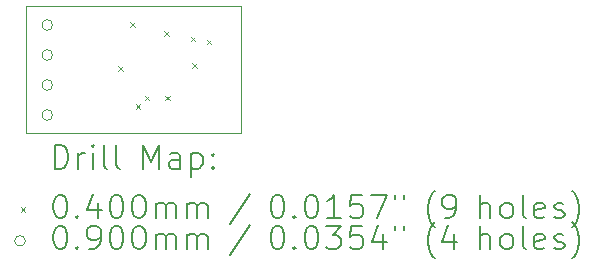
<source format=gbr>
%TF.GenerationSoftware,KiCad,Pcbnew,(7.0.0-0)*%
%TF.CreationDate,2023-04-22T22:09:34+02:00*%
%TF.ProjectId,tiny-blackbox,74696e79-2d62-46c6-9163-6b626f782e6b,rev?*%
%TF.SameCoordinates,Original*%
%TF.FileFunction,Drillmap*%
%TF.FilePolarity,Positive*%
%FSLAX45Y45*%
G04 Gerber Fmt 4.5, Leading zero omitted, Abs format (unit mm)*
G04 Created by KiCad (PCBNEW (7.0.0-0)) date 2023-04-22 22:09:34*
%MOMM*%
%LPD*%
G01*
G04 APERTURE LIST*
%ADD10C,0.100000*%
%ADD11C,0.200000*%
%ADD12C,0.040000*%
%ADD13C,0.090000*%
G04 APERTURE END LIST*
D10*
X6500000Y-5125000D02*
X8325000Y-5125000D01*
X8325000Y-5125000D02*
X8325000Y-6200000D01*
X8325000Y-6200000D02*
X6500000Y-6200000D01*
X6500000Y-6200000D02*
X6500000Y-5125000D01*
D11*
D12*
X7280000Y-5630000D02*
X7320000Y-5670000D01*
X7320000Y-5630000D02*
X7280000Y-5670000D01*
X7380000Y-5255000D02*
X7420000Y-5295000D01*
X7420000Y-5255000D02*
X7380000Y-5295000D01*
X7430000Y-5955000D02*
X7470000Y-5995000D01*
X7470000Y-5955000D02*
X7430000Y-5995000D01*
X7505000Y-5880000D02*
X7545000Y-5920000D01*
X7545000Y-5880000D02*
X7505000Y-5920000D01*
X7667276Y-5334581D02*
X7707276Y-5374581D01*
X7707276Y-5334581D02*
X7667276Y-5374581D01*
X7680000Y-5880000D02*
X7720000Y-5920000D01*
X7720000Y-5880000D02*
X7680000Y-5920000D01*
X7893920Y-5380018D02*
X7933920Y-5420018D01*
X7933920Y-5380018D02*
X7893920Y-5420018D01*
X7905000Y-5604950D02*
X7945000Y-5644950D01*
X7945000Y-5604950D02*
X7905000Y-5644950D01*
X8030000Y-5405000D02*
X8070000Y-5445000D01*
X8070000Y-5405000D02*
X8030000Y-5445000D01*
D13*
X6725000Y-5282000D02*
G75*
G03*
X6725000Y-5282000I-45000J0D01*
G01*
X6725000Y-5536000D02*
G75*
G03*
X6725000Y-5536000I-45000J0D01*
G01*
X6725000Y-5790000D02*
G75*
G03*
X6725000Y-5790000I-45000J0D01*
G01*
X6725000Y-6044000D02*
G75*
G03*
X6725000Y-6044000I-45000J0D01*
G01*
D11*
X6742619Y-6498476D02*
X6742619Y-6298476D01*
X6742619Y-6298476D02*
X6790238Y-6298476D01*
X6790238Y-6298476D02*
X6818809Y-6308000D01*
X6818809Y-6308000D02*
X6837857Y-6327048D01*
X6837857Y-6327048D02*
X6847381Y-6346095D01*
X6847381Y-6346095D02*
X6856905Y-6384190D01*
X6856905Y-6384190D02*
X6856905Y-6412762D01*
X6856905Y-6412762D02*
X6847381Y-6450857D01*
X6847381Y-6450857D02*
X6837857Y-6469905D01*
X6837857Y-6469905D02*
X6818809Y-6488952D01*
X6818809Y-6488952D02*
X6790238Y-6498476D01*
X6790238Y-6498476D02*
X6742619Y-6498476D01*
X6942619Y-6498476D02*
X6942619Y-6365143D01*
X6942619Y-6403238D02*
X6952143Y-6384190D01*
X6952143Y-6384190D02*
X6961667Y-6374667D01*
X6961667Y-6374667D02*
X6980714Y-6365143D01*
X6980714Y-6365143D02*
X6999762Y-6365143D01*
X7066428Y-6498476D02*
X7066428Y-6365143D01*
X7066428Y-6298476D02*
X7056905Y-6308000D01*
X7056905Y-6308000D02*
X7066428Y-6317524D01*
X7066428Y-6317524D02*
X7075952Y-6308000D01*
X7075952Y-6308000D02*
X7066428Y-6298476D01*
X7066428Y-6298476D02*
X7066428Y-6317524D01*
X7190238Y-6498476D02*
X7171190Y-6488952D01*
X7171190Y-6488952D02*
X7161667Y-6469905D01*
X7161667Y-6469905D02*
X7161667Y-6298476D01*
X7295000Y-6498476D02*
X7275952Y-6488952D01*
X7275952Y-6488952D02*
X7266428Y-6469905D01*
X7266428Y-6469905D02*
X7266428Y-6298476D01*
X7491190Y-6498476D02*
X7491190Y-6298476D01*
X7491190Y-6298476D02*
X7557857Y-6441333D01*
X7557857Y-6441333D02*
X7624524Y-6298476D01*
X7624524Y-6298476D02*
X7624524Y-6498476D01*
X7805476Y-6498476D02*
X7805476Y-6393714D01*
X7805476Y-6393714D02*
X7795952Y-6374667D01*
X7795952Y-6374667D02*
X7776905Y-6365143D01*
X7776905Y-6365143D02*
X7738809Y-6365143D01*
X7738809Y-6365143D02*
X7719762Y-6374667D01*
X7805476Y-6488952D02*
X7786428Y-6498476D01*
X7786428Y-6498476D02*
X7738809Y-6498476D01*
X7738809Y-6498476D02*
X7719762Y-6488952D01*
X7719762Y-6488952D02*
X7710238Y-6469905D01*
X7710238Y-6469905D02*
X7710238Y-6450857D01*
X7710238Y-6450857D02*
X7719762Y-6431809D01*
X7719762Y-6431809D02*
X7738809Y-6422286D01*
X7738809Y-6422286D02*
X7786428Y-6422286D01*
X7786428Y-6422286D02*
X7805476Y-6412762D01*
X7900714Y-6365143D02*
X7900714Y-6565143D01*
X7900714Y-6374667D02*
X7919762Y-6365143D01*
X7919762Y-6365143D02*
X7957857Y-6365143D01*
X7957857Y-6365143D02*
X7976905Y-6374667D01*
X7976905Y-6374667D02*
X7986428Y-6384190D01*
X7986428Y-6384190D02*
X7995952Y-6403238D01*
X7995952Y-6403238D02*
X7995952Y-6460381D01*
X7995952Y-6460381D02*
X7986428Y-6479428D01*
X7986428Y-6479428D02*
X7976905Y-6488952D01*
X7976905Y-6488952D02*
X7957857Y-6498476D01*
X7957857Y-6498476D02*
X7919762Y-6498476D01*
X7919762Y-6498476D02*
X7900714Y-6488952D01*
X8081667Y-6479428D02*
X8091190Y-6488952D01*
X8091190Y-6488952D02*
X8081667Y-6498476D01*
X8081667Y-6498476D02*
X8072143Y-6488952D01*
X8072143Y-6488952D02*
X8081667Y-6479428D01*
X8081667Y-6479428D02*
X8081667Y-6498476D01*
X8081667Y-6374667D02*
X8091190Y-6384190D01*
X8091190Y-6384190D02*
X8081667Y-6393714D01*
X8081667Y-6393714D02*
X8072143Y-6384190D01*
X8072143Y-6384190D02*
X8081667Y-6374667D01*
X8081667Y-6374667D02*
X8081667Y-6393714D01*
D12*
X6455000Y-6825000D02*
X6495000Y-6865000D01*
X6495000Y-6825000D02*
X6455000Y-6865000D01*
D11*
X6780714Y-6718476D02*
X6799762Y-6718476D01*
X6799762Y-6718476D02*
X6818809Y-6728000D01*
X6818809Y-6728000D02*
X6828333Y-6737524D01*
X6828333Y-6737524D02*
X6837857Y-6756571D01*
X6837857Y-6756571D02*
X6847381Y-6794667D01*
X6847381Y-6794667D02*
X6847381Y-6842286D01*
X6847381Y-6842286D02*
X6837857Y-6880381D01*
X6837857Y-6880381D02*
X6828333Y-6899428D01*
X6828333Y-6899428D02*
X6818809Y-6908952D01*
X6818809Y-6908952D02*
X6799762Y-6918476D01*
X6799762Y-6918476D02*
X6780714Y-6918476D01*
X6780714Y-6918476D02*
X6761667Y-6908952D01*
X6761667Y-6908952D02*
X6752143Y-6899428D01*
X6752143Y-6899428D02*
X6742619Y-6880381D01*
X6742619Y-6880381D02*
X6733095Y-6842286D01*
X6733095Y-6842286D02*
X6733095Y-6794667D01*
X6733095Y-6794667D02*
X6742619Y-6756571D01*
X6742619Y-6756571D02*
X6752143Y-6737524D01*
X6752143Y-6737524D02*
X6761667Y-6728000D01*
X6761667Y-6728000D02*
X6780714Y-6718476D01*
X6933095Y-6899428D02*
X6942619Y-6908952D01*
X6942619Y-6908952D02*
X6933095Y-6918476D01*
X6933095Y-6918476D02*
X6923571Y-6908952D01*
X6923571Y-6908952D02*
X6933095Y-6899428D01*
X6933095Y-6899428D02*
X6933095Y-6918476D01*
X7114048Y-6785143D02*
X7114048Y-6918476D01*
X7066428Y-6708952D02*
X7018809Y-6851809D01*
X7018809Y-6851809D02*
X7142619Y-6851809D01*
X7256905Y-6718476D02*
X7275952Y-6718476D01*
X7275952Y-6718476D02*
X7295000Y-6728000D01*
X7295000Y-6728000D02*
X7304524Y-6737524D01*
X7304524Y-6737524D02*
X7314048Y-6756571D01*
X7314048Y-6756571D02*
X7323571Y-6794667D01*
X7323571Y-6794667D02*
X7323571Y-6842286D01*
X7323571Y-6842286D02*
X7314048Y-6880381D01*
X7314048Y-6880381D02*
X7304524Y-6899428D01*
X7304524Y-6899428D02*
X7295000Y-6908952D01*
X7295000Y-6908952D02*
X7275952Y-6918476D01*
X7275952Y-6918476D02*
X7256905Y-6918476D01*
X7256905Y-6918476D02*
X7237857Y-6908952D01*
X7237857Y-6908952D02*
X7228333Y-6899428D01*
X7228333Y-6899428D02*
X7218809Y-6880381D01*
X7218809Y-6880381D02*
X7209286Y-6842286D01*
X7209286Y-6842286D02*
X7209286Y-6794667D01*
X7209286Y-6794667D02*
X7218809Y-6756571D01*
X7218809Y-6756571D02*
X7228333Y-6737524D01*
X7228333Y-6737524D02*
X7237857Y-6728000D01*
X7237857Y-6728000D02*
X7256905Y-6718476D01*
X7447381Y-6718476D02*
X7466429Y-6718476D01*
X7466429Y-6718476D02*
X7485476Y-6728000D01*
X7485476Y-6728000D02*
X7495000Y-6737524D01*
X7495000Y-6737524D02*
X7504524Y-6756571D01*
X7504524Y-6756571D02*
X7514048Y-6794667D01*
X7514048Y-6794667D02*
X7514048Y-6842286D01*
X7514048Y-6842286D02*
X7504524Y-6880381D01*
X7504524Y-6880381D02*
X7495000Y-6899428D01*
X7495000Y-6899428D02*
X7485476Y-6908952D01*
X7485476Y-6908952D02*
X7466429Y-6918476D01*
X7466429Y-6918476D02*
X7447381Y-6918476D01*
X7447381Y-6918476D02*
X7428333Y-6908952D01*
X7428333Y-6908952D02*
X7418809Y-6899428D01*
X7418809Y-6899428D02*
X7409286Y-6880381D01*
X7409286Y-6880381D02*
X7399762Y-6842286D01*
X7399762Y-6842286D02*
X7399762Y-6794667D01*
X7399762Y-6794667D02*
X7409286Y-6756571D01*
X7409286Y-6756571D02*
X7418809Y-6737524D01*
X7418809Y-6737524D02*
X7428333Y-6728000D01*
X7428333Y-6728000D02*
X7447381Y-6718476D01*
X7599762Y-6918476D02*
X7599762Y-6785143D01*
X7599762Y-6804190D02*
X7609286Y-6794667D01*
X7609286Y-6794667D02*
X7628333Y-6785143D01*
X7628333Y-6785143D02*
X7656905Y-6785143D01*
X7656905Y-6785143D02*
X7675952Y-6794667D01*
X7675952Y-6794667D02*
X7685476Y-6813714D01*
X7685476Y-6813714D02*
X7685476Y-6918476D01*
X7685476Y-6813714D02*
X7695000Y-6794667D01*
X7695000Y-6794667D02*
X7714048Y-6785143D01*
X7714048Y-6785143D02*
X7742619Y-6785143D01*
X7742619Y-6785143D02*
X7761667Y-6794667D01*
X7761667Y-6794667D02*
X7771190Y-6813714D01*
X7771190Y-6813714D02*
X7771190Y-6918476D01*
X7866429Y-6918476D02*
X7866429Y-6785143D01*
X7866429Y-6804190D02*
X7875952Y-6794667D01*
X7875952Y-6794667D02*
X7895000Y-6785143D01*
X7895000Y-6785143D02*
X7923571Y-6785143D01*
X7923571Y-6785143D02*
X7942619Y-6794667D01*
X7942619Y-6794667D02*
X7952143Y-6813714D01*
X7952143Y-6813714D02*
X7952143Y-6918476D01*
X7952143Y-6813714D02*
X7961667Y-6794667D01*
X7961667Y-6794667D02*
X7980714Y-6785143D01*
X7980714Y-6785143D02*
X8009286Y-6785143D01*
X8009286Y-6785143D02*
X8028333Y-6794667D01*
X8028333Y-6794667D02*
X8037857Y-6813714D01*
X8037857Y-6813714D02*
X8037857Y-6918476D01*
X8395952Y-6708952D02*
X8224524Y-6966095D01*
X8620714Y-6718476D02*
X8639762Y-6718476D01*
X8639762Y-6718476D02*
X8658810Y-6728000D01*
X8658810Y-6728000D02*
X8668333Y-6737524D01*
X8668333Y-6737524D02*
X8677857Y-6756571D01*
X8677857Y-6756571D02*
X8687381Y-6794667D01*
X8687381Y-6794667D02*
X8687381Y-6842286D01*
X8687381Y-6842286D02*
X8677857Y-6880381D01*
X8677857Y-6880381D02*
X8668333Y-6899428D01*
X8668333Y-6899428D02*
X8658810Y-6908952D01*
X8658810Y-6908952D02*
X8639762Y-6918476D01*
X8639762Y-6918476D02*
X8620714Y-6918476D01*
X8620714Y-6918476D02*
X8601667Y-6908952D01*
X8601667Y-6908952D02*
X8592143Y-6899428D01*
X8592143Y-6899428D02*
X8582619Y-6880381D01*
X8582619Y-6880381D02*
X8573095Y-6842286D01*
X8573095Y-6842286D02*
X8573095Y-6794667D01*
X8573095Y-6794667D02*
X8582619Y-6756571D01*
X8582619Y-6756571D02*
X8592143Y-6737524D01*
X8592143Y-6737524D02*
X8601667Y-6728000D01*
X8601667Y-6728000D02*
X8620714Y-6718476D01*
X8773095Y-6899428D02*
X8782619Y-6908952D01*
X8782619Y-6908952D02*
X8773095Y-6918476D01*
X8773095Y-6918476D02*
X8763572Y-6908952D01*
X8763572Y-6908952D02*
X8773095Y-6899428D01*
X8773095Y-6899428D02*
X8773095Y-6918476D01*
X8906429Y-6718476D02*
X8925476Y-6718476D01*
X8925476Y-6718476D02*
X8944524Y-6728000D01*
X8944524Y-6728000D02*
X8954048Y-6737524D01*
X8954048Y-6737524D02*
X8963572Y-6756571D01*
X8963572Y-6756571D02*
X8973095Y-6794667D01*
X8973095Y-6794667D02*
X8973095Y-6842286D01*
X8973095Y-6842286D02*
X8963572Y-6880381D01*
X8963572Y-6880381D02*
X8954048Y-6899428D01*
X8954048Y-6899428D02*
X8944524Y-6908952D01*
X8944524Y-6908952D02*
X8925476Y-6918476D01*
X8925476Y-6918476D02*
X8906429Y-6918476D01*
X8906429Y-6918476D02*
X8887381Y-6908952D01*
X8887381Y-6908952D02*
X8877857Y-6899428D01*
X8877857Y-6899428D02*
X8868333Y-6880381D01*
X8868333Y-6880381D02*
X8858810Y-6842286D01*
X8858810Y-6842286D02*
X8858810Y-6794667D01*
X8858810Y-6794667D02*
X8868333Y-6756571D01*
X8868333Y-6756571D02*
X8877857Y-6737524D01*
X8877857Y-6737524D02*
X8887381Y-6728000D01*
X8887381Y-6728000D02*
X8906429Y-6718476D01*
X9163572Y-6918476D02*
X9049286Y-6918476D01*
X9106429Y-6918476D02*
X9106429Y-6718476D01*
X9106429Y-6718476D02*
X9087381Y-6747048D01*
X9087381Y-6747048D02*
X9068333Y-6766095D01*
X9068333Y-6766095D02*
X9049286Y-6775619D01*
X9344524Y-6718476D02*
X9249286Y-6718476D01*
X9249286Y-6718476D02*
X9239762Y-6813714D01*
X9239762Y-6813714D02*
X9249286Y-6804190D01*
X9249286Y-6804190D02*
X9268333Y-6794667D01*
X9268333Y-6794667D02*
X9315953Y-6794667D01*
X9315953Y-6794667D02*
X9335000Y-6804190D01*
X9335000Y-6804190D02*
X9344524Y-6813714D01*
X9344524Y-6813714D02*
X9354048Y-6832762D01*
X9354048Y-6832762D02*
X9354048Y-6880381D01*
X9354048Y-6880381D02*
X9344524Y-6899428D01*
X9344524Y-6899428D02*
X9335000Y-6908952D01*
X9335000Y-6908952D02*
X9315953Y-6918476D01*
X9315953Y-6918476D02*
X9268333Y-6918476D01*
X9268333Y-6918476D02*
X9249286Y-6908952D01*
X9249286Y-6908952D02*
X9239762Y-6899428D01*
X9420714Y-6718476D02*
X9554048Y-6718476D01*
X9554048Y-6718476D02*
X9468333Y-6918476D01*
X9620714Y-6718476D02*
X9620714Y-6756571D01*
X9696905Y-6718476D02*
X9696905Y-6756571D01*
X9959762Y-6994667D02*
X9950238Y-6985143D01*
X9950238Y-6985143D02*
X9931191Y-6956571D01*
X9931191Y-6956571D02*
X9921667Y-6937524D01*
X9921667Y-6937524D02*
X9912143Y-6908952D01*
X9912143Y-6908952D02*
X9902619Y-6861333D01*
X9902619Y-6861333D02*
X9902619Y-6823238D01*
X9902619Y-6823238D02*
X9912143Y-6775619D01*
X9912143Y-6775619D02*
X9921667Y-6747048D01*
X9921667Y-6747048D02*
X9931191Y-6728000D01*
X9931191Y-6728000D02*
X9950238Y-6699428D01*
X9950238Y-6699428D02*
X9959762Y-6689905D01*
X10045476Y-6918476D02*
X10083572Y-6918476D01*
X10083572Y-6918476D02*
X10102619Y-6908952D01*
X10102619Y-6908952D02*
X10112143Y-6899428D01*
X10112143Y-6899428D02*
X10131191Y-6870857D01*
X10131191Y-6870857D02*
X10140714Y-6832762D01*
X10140714Y-6832762D02*
X10140714Y-6756571D01*
X10140714Y-6756571D02*
X10131191Y-6737524D01*
X10131191Y-6737524D02*
X10121667Y-6728000D01*
X10121667Y-6728000D02*
X10102619Y-6718476D01*
X10102619Y-6718476D02*
X10064524Y-6718476D01*
X10064524Y-6718476D02*
X10045476Y-6728000D01*
X10045476Y-6728000D02*
X10035953Y-6737524D01*
X10035953Y-6737524D02*
X10026429Y-6756571D01*
X10026429Y-6756571D02*
X10026429Y-6804190D01*
X10026429Y-6804190D02*
X10035953Y-6823238D01*
X10035953Y-6823238D02*
X10045476Y-6832762D01*
X10045476Y-6832762D02*
X10064524Y-6842286D01*
X10064524Y-6842286D02*
X10102619Y-6842286D01*
X10102619Y-6842286D02*
X10121667Y-6832762D01*
X10121667Y-6832762D02*
X10131191Y-6823238D01*
X10131191Y-6823238D02*
X10140714Y-6804190D01*
X10346429Y-6918476D02*
X10346429Y-6718476D01*
X10432143Y-6918476D02*
X10432143Y-6813714D01*
X10432143Y-6813714D02*
X10422619Y-6794667D01*
X10422619Y-6794667D02*
X10403572Y-6785143D01*
X10403572Y-6785143D02*
X10375000Y-6785143D01*
X10375000Y-6785143D02*
X10355953Y-6794667D01*
X10355953Y-6794667D02*
X10346429Y-6804190D01*
X10555953Y-6918476D02*
X10536905Y-6908952D01*
X10536905Y-6908952D02*
X10527381Y-6899428D01*
X10527381Y-6899428D02*
X10517857Y-6880381D01*
X10517857Y-6880381D02*
X10517857Y-6823238D01*
X10517857Y-6823238D02*
X10527381Y-6804190D01*
X10527381Y-6804190D02*
X10536905Y-6794667D01*
X10536905Y-6794667D02*
X10555953Y-6785143D01*
X10555953Y-6785143D02*
X10584524Y-6785143D01*
X10584524Y-6785143D02*
X10603572Y-6794667D01*
X10603572Y-6794667D02*
X10613095Y-6804190D01*
X10613095Y-6804190D02*
X10622619Y-6823238D01*
X10622619Y-6823238D02*
X10622619Y-6880381D01*
X10622619Y-6880381D02*
X10613095Y-6899428D01*
X10613095Y-6899428D02*
X10603572Y-6908952D01*
X10603572Y-6908952D02*
X10584524Y-6918476D01*
X10584524Y-6918476D02*
X10555953Y-6918476D01*
X10736905Y-6918476D02*
X10717857Y-6908952D01*
X10717857Y-6908952D02*
X10708334Y-6889905D01*
X10708334Y-6889905D02*
X10708334Y-6718476D01*
X10889286Y-6908952D02*
X10870238Y-6918476D01*
X10870238Y-6918476D02*
X10832143Y-6918476D01*
X10832143Y-6918476D02*
X10813095Y-6908952D01*
X10813095Y-6908952D02*
X10803572Y-6889905D01*
X10803572Y-6889905D02*
X10803572Y-6813714D01*
X10803572Y-6813714D02*
X10813095Y-6794667D01*
X10813095Y-6794667D02*
X10832143Y-6785143D01*
X10832143Y-6785143D02*
X10870238Y-6785143D01*
X10870238Y-6785143D02*
X10889286Y-6794667D01*
X10889286Y-6794667D02*
X10898810Y-6813714D01*
X10898810Y-6813714D02*
X10898810Y-6832762D01*
X10898810Y-6832762D02*
X10803572Y-6851809D01*
X10975000Y-6908952D02*
X10994048Y-6918476D01*
X10994048Y-6918476D02*
X11032143Y-6918476D01*
X11032143Y-6918476D02*
X11051191Y-6908952D01*
X11051191Y-6908952D02*
X11060715Y-6889905D01*
X11060715Y-6889905D02*
X11060715Y-6880381D01*
X11060715Y-6880381D02*
X11051191Y-6861333D01*
X11051191Y-6861333D02*
X11032143Y-6851809D01*
X11032143Y-6851809D02*
X11003572Y-6851809D01*
X11003572Y-6851809D02*
X10984524Y-6842286D01*
X10984524Y-6842286D02*
X10975000Y-6823238D01*
X10975000Y-6823238D02*
X10975000Y-6813714D01*
X10975000Y-6813714D02*
X10984524Y-6794667D01*
X10984524Y-6794667D02*
X11003572Y-6785143D01*
X11003572Y-6785143D02*
X11032143Y-6785143D01*
X11032143Y-6785143D02*
X11051191Y-6794667D01*
X11127381Y-6994667D02*
X11136905Y-6985143D01*
X11136905Y-6985143D02*
X11155953Y-6956571D01*
X11155953Y-6956571D02*
X11165476Y-6937524D01*
X11165476Y-6937524D02*
X11175000Y-6908952D01*
X11175000Y-6908952D02*
X11184524Y-6861333D01*
X11184524Y-6861333D02*
X11184524Y-6823238D01*
X11184524Y-6823238D02*
X11175000Y-6775619D01*
X11175000Y-6775619D02*
X11165476Y-6747048D01*
X11165476Y-6747048D02*
X11155953Y-6728000D01*
X11155953Y-6728000D02*
X11136905Y-6699428D01*
X11136905Y-6699428D02*
X11127381Y-6689905D01*
D13*
X6495000Y-7109000D02*
G75*
G03*
X6495000Y-7109000I-45000J0D01*
G01*
D11*
X6780714Y-6982476D02*
X6799762Y-6982476D01*
X6799762Y-6982476D02*
X6818809Y-6992000D01*
X6818809Y-6992000D02*
X6828333Y-7001524D01*
X6828333Y-7001524D02*
X6837857Y-7020571D01*
X6837857Y-7020571D02*
X6847381Y-7058667D01*
X6847381Y-7058667D02*
X6847381Y-7106286D01*
X6847381Y-7106286D02*
X6837857Y-7144381D01*
X6837857Y-7144381D02*
X6828333Y-7163428D01*
X6828333Y-7163428D02*
X6818809Y-7172952D01*
X6818809Y-7172952D02*
X6799762Y-7182476D01*
X6799762Y-7182476D02*
X6780714Y-7182476D01*
X6780714Y-7182476D02*
X6761667Y-7172952D01*
X6761667Y-7172952D02*
X6752143Y-7163428D01*
X6752143Y-7163428D02*
X6742619Y-7144381D01*
X6742619Y-7144381D02*
X6733095Y-7106286D01*
X6733095Y-7106286D02*
X6733095Y-7058667D01*
X6733095Y-7058667D02*
X6742619Y-7020571D01*
X6742619Y-7020571D02*
X6752143Y-7001524D01*
X6752143Y-7001524D02*
X6761667Y-6992000D01*
X6761667Y-6992000D02*
X6780714Y-6982476D01*
X6933095Y-7163428D02*
X6942619Y-7172952D01*
X6942619Y-7172952D02*
X6933095Y-7182476D01*
X6933095Y-7182476D02*
X6923571Y-7172952D01*
X6923571Y-7172952D02*
X6933095Y-7163428D01*
X6933095Y-7163428D02*
X6933095Y-7182476D01*
X7037857Y-7182476D02*
X7075952Y-7182476D01*
X7075952Y-7182476D02*
X7095000Y-7172952D01*
X7095000Y-7172952D02*
X7104524Y-7163428D01*
X7104524Y-7163428D02*
X7123571Y-7134857D01*
X7123571Y-7134857D02*
X7133095Y-7096762D01*
X7133095Y-7096762D02*
X7133095Y-7020571D01*
X7133095Y-7020571D02*
X7123571Y-7001524D01*
X7123571Y-7001524D02*
X7114048Y-6992000D01*
X7114048Y-6992000D02*
X7095000Y-6982476D01*
X7095000Y-6982476D02*
X7056905Y-6982476D01*
X7056905Y-6982476D02*
X7037857Y-6992000D01*
X7037857Y-6992000D02*
X7028333Y-7001524D01*
X7028333Y-7001524D02*
X7018809Y-7020571D01*
X7018809Y-7020571D02*
X7018809Y-7068190D01*
X7018809Y-7068190D02*
X7028333Y-7087238D01*
X7028333Y-7087238D02*
X7037857Y-7096762D01*
X7037857Y-7096762D02*
X7056905Y-7106286D01*
X7056905Y-7106286D02*
X7095000Y-7106286D01*
X7095000Y-7106286D02*
X7114048Y-7096762D01*
X7114048Y-7096762D02*
X7123571Y-7087238D01*
X7123571Y-7087238D02*
X7133095Y-7068190D01*
X7256905Y-6982476D02*
X7275952Y-6982476D01*
X7275952Y-6982476D02*
X7295000Y-6992000D01*
X7295000Y-6992000D02*
X7304524Y-7001524D01*
X7304524Y-7001524D02*
X7314048Y-7020571D01*
X7314048Y-7020571D02*
X7323571Y-7058667D01*
X7323571Y-7058667D02*
X7323571Y-7106286D01*
X7323571Y-7106286D02*
X7314048Y-7144381D01*
X7314048Y-7144381D02*
X7304524Y-7163428D01*
X7304524Y-7163428D02*
X7295000Y-7172952D01*
X7295000Y-7172952D02*
X7275952Y-7182476D01*
X7275952Y-7182476D02*
X7256905Y-7182476D01*
X7256905Y-7182476D02*
X7237857Y-7172952D01*
X7237857Y-7172952D02*
X7228333Y-7163428D01*
X7228333Y-7163428D02*
X7218809Y-7144381D01*
X7218809Y-7144381D02*
X7209286Y-7106286D01*
X7209286Y-7106286D02*
X7209286Y-7058667D01*
X7209286Y-7058667D02*
X7218809Y-7020571D01*
X7218809Y-7020571D02*
X7228333Y-7001524D01*
X7228333Y-7001524D02*
X7237857Y-6992000D01*
X7237857Y-6992000D02*
X7256905Y-6982476D01*
X7447381Y-6982476D02*
X7466429Y-6982476D01*
X7466429Y-6982476D02*
X7485476Y-6992000D01*
X7485476Y-6992000D02*
X7495000Y-7001524D01*
X7495000Y-7001524D02*
X7504524Y-7020571D01*
X7504524Y-7020571D02*
X7514048Y-7058667D01*
X7514048Y-7058667D02*
X7514048Y-7106286D01*
X7514048Y-7106286D02*
X7504524Y-7144381D01*
X7504524Y-7144381D02*
X7495000Y-7163428D01*
X7495000Y-7163428D02*
X7485476Y-7172952D01*
X7485476Y-7172952D02*
X7466429Y-7182476D01*
X7466429Y-7182476D02*
X7447381Y-7182476D01*
X7447381Y-7182476D02*
X7428333Y-7172952D01*
X7428333Y-7172952D02*
X7418809Y-7163428D01*
X7418809Y-7163428D02*
X7409286Y-7144381D01*
X7409286Y-7144381D02*
X7399762Y-7106286D01*
X7399762Y-7106286D02*
X7399762Y-7058667D01*
X7399762Y-7058667D02*
X7409286Y-7020571D01*
X7409286Y-7020571D02*
X7418809Y-7001524D01*
X7418809Y-7001524D02*
X7428333Y-6992000D01*
X7428333Y-6992000D02*
X7447381Y-6982476D01*
X7599762Y-7182476D02*
X7599762Y-7049143D01*
X7599762Y-7068190D02*
X7609286Y-7058667D01*
X7609286Y-7058667D02*
X7628333Y-7049143D01*
X7628333Y-7049143D02*
X7656905Y-7049143D01*
X7656905Y-7049143D02*
X7675952Y-7058667D01*
X7675952Y-7058667D02*
X7685476Y-7077714D01*
X7685476Y-7077714D02*
X7685476Y-7182476D01*
X7685476Y-7077714D02*
X7695000Y-7058667D01*
X7695000Y-7058667D02*
X7714048Y-7049143D01*
X7714048Y-7049143D02*
X7742619Y-7049143D01*
X7742619Y-7049143D02*
X7761667Y-7058667D01*
X7761667Y-7058667D02*
X7771190Y-7077714D01*
X7771190Y-7077714D02*
X7771190Y-7182476D01*
X7866429Y-7182476D02*
X7866429Y-7049143D01*
X7866429Y-7068190D02*
X7875952Y-7058667D01*
X7875952Y-7058667D02*
X7895000Y-7049143D01*
X7895000Y-7049143D02*
X7923571Y-7049143D01*
X7923571Y-7049143D02*
X7942619Y-7058667D01*
X7942619Y-7058667D02*
X7952143Y-7077714D01*
X7952143Y-7077714D02*
X7952143Y-7182476D01*
X7952143Y-7077714D02*
X7961667Y-7058667D01*
X7961667Y-7058667D02*
X7980714Y-7049143D01*
X7980714Y-7049143D02*
X8009286Y-7049143D01*
X8009286Y-7049143D02*
X8028333Y-7058667D01*
X8028333Y-7058667D02*
X8037857Y-7077714D01*
X8037857Y-7077714D02*
X8037857Y-7182476D01*
X8395952Y-6972952D02*
X8224524Y-7230095D01*
X8620714Y-6982476D02*
X8639762Y-6982476D01*
X8639762Y-6982476D02*
X8658810Y-6992000D01*
X8658810Y-6992000D02*
X8668333Y-7001524D01*
X8668333Y-7001524D02*
X8677857Y-7020571D01*
X8677857Y-7020571D02*
X8687381Y-7058667D01*
X8687381Y-7058667D02*
X8687381Y-7106286D01*
X8687381Y-7106286D02*
X8677857Y-7144381D01*
X8677857Y-7144381D02*
X8668333Y-7163428D01*
X8668333Y-7163428D02*
X8658810Y-7172952D01*
X8658810Y-7172952D02*
X8639762Y-7182476D01*
X8639762Y-7182476D02*
X8620714Y-7182476D01*
X8620714Y-7182476D02*
X8601667Y-7172952D01*
X8601667Y-7172952D02*
X8592143Y-7163428D01*
X8592143Y-7163428D02*
X8582619Y-7144381D01*
X8582619Y-7144381D02*
X8573095Y-7106286D01*
X8573095Y-7106286D02*
X8573095Y-7058667D01*
X8573095Y-7058667D02*
X8582619Y-7020571D01*
X8582619Y-7020571D02*
X8592143Y-7001524D01*
X8592143Y-7001524D02*
X8601667Y-6992000D01*
X8601667Y-6992000D02*
X8620714Y-6982476D01*
X8773095Y-7163428D02*
X8782619Y-7172952D01*
X8782619Y-7172952D02*
X8773095Y-7182476D01*
X8773095Y-7182476D02*
X8763572Y-7172952D01*
X8763572Y-7172952D02*
X8773095Y-7163428D01*
X8773095Y-7163428D02*
X8773095Y-7182476D01*
X8906429Y-6982476D02*
X8925476Y-6982476D01*
X8925476Y-6982476D02*
X8944524Y-6992000D01*
X8944524Y-6992000D02*
X8954048Y-7001524D01*
X8954048Y-7001524D02*
X8963572Y-7020571D01*
X8963572Y-7020571D02*
X8973095Y-7058667D01*
X8973095Y-7058667D02*
X8973095Y-7106286D01*
X8973095Y-7106286D02*
X8963572Y-7144381D01*
X8963572Y-7144381D02*
X8954048Y-7163428D01*
X8954048Y-7163428D02*
X8944524Y-7172952D01*
X8944524Y-7172952D02*
X8925476Y-7182476D01*
X8925476Y-7182476D02*
X8906429Y-7182476D01*
X8906429Y-7182476D02*
X8887381Y-7172952D01*
X8887381Y-7172952D02*
X8877857Y-7163428D01*
X8877857Y-7163428D02*
X8868333Y-7144381D01*
X8868333Y-7144381D02*
X8858810Y-7106286D01*
X8858810Y-7106286D02*
X8858810Y-7058667D01*
X8858810Y-7058667D02*
X8868333Y-7020571D01*
X8868333Y-7020571D02*
X8877857Y-7001524D01*
X8877857Y-7001524D02*
X8887381Y-6992000D01*
X8887381Y-6992000D02*
X8906429Y-6982476D01*
X9039762Y-6982476D02*
X9163572Y-6982476D01*
X9163572Y-6982476D02*
X9096905Y-7058667D01*
X9096905Y-7058667D02*
X9125476Y-7058667D01*
X9125476Y-7058667D02*
X9144524Y-7068190D01*
X9144524Y-7068190D02*
X9154048Y-7077714D01*
X9154048Y-7077714D02*
X9163572Y-7096762D01*
X9163572Y-7096762D02*
X9163572Y-7144381D01*
X9163572Y-7144381D02*
X9154048Y-7163428D01*
X9154048Y-7163428D02*
X9144524Y-7172952D01*
X9144524Y-7172952D02*
X9125476Y-7182476D01*
X9125476Y-7182476D02*
X9068333Y-7182476D01*
X9068333Y-7182476D02*
X9049286Y-7172952D01*
X9049286Y-7172952D02*
X9039762Y-7163428D01*
X9344524Y-6982476D02*
X9249286Y-6982476D01*
X9249286Y-6982476D02*
X9239762Y-7077714D01*
X9239762Y-7077714D02*
X9249286Y-7068190D01*
X9249286Y-7068190D02*
X9268333Y-7058667D01*
X9268333Y-7058667D02*
X9315953Y-7058667D01*
X9315953Y-7058667D02*
X9335000Y-7068190D01*
X9335000Y-7068190D02*
X9344524Y-7077714D01*
X9344524Y-7077714D02*
X9354048Y-7096762D01*
X9354048Y-7096762D02*
X9354048Y-7144381D01*
X9354048Y-7144381D02*
X9344524Y-7163428D01*
X9344524Y-7163428D02*
X9335000Y-7172952D01*
X9335000Y-7172952D02*
X9315953Y-7182476D01*
X9315953Y-7182476D02*
X9268333Y-7182476D01*
X9268333Y-7182476D02*
X9249286Y-7172952D01*
X9249286Y-7172952D02*
X9239762Y-7163428D01*
X9525476Y-7049143D02*
X9525476Y-7182476D01*
X9477857Y-6972952D02*
X9430238Y-7115809D01*
X9430238Y-7115809D02*
X9554048Y-7115809D01*
X9620714Y-6982476D02*
X9620714Y-7020571D01*
X9696905Y-6982476D02*
X9696905Y-7020571D01*
X9959762Y-7258667D02*
X9950238Y-7249143D01*
X9950238Y-7249143D02*
X9931191Y-7220571D01*
X9931191Y-7220571D02*
X9921667Y-7201524D01*
X9921667Y-7201524D02*
X9912143Y-7172952D01*
X9912143Y-7172952D02*
X9902619Y-7125333D01*
X9902619Y-7125333D02*
X9902619Y-7087238D01*
X9902619Y-7087238D02*
X9912143Y-7039619D01*
X9912143Y-7039619D02*
X9921667Y-7011048D01*
X9921667Y-7011048D02*
X9931191Y-6992000D01*
X9931191Y-6992000D02*
X9950238Y-6963428D01*
X9950238Y-6963428D02*
X9959762Y-6953905D01*
X10121667Y-7049143D02*
X10121667Y-7182476D01*
X10074048Y-6972952D02*
X10026429Y-7115809D01*
X10026429Y-7115809D02*
X10150238Y-7115809D01*
X10346429Y-7182476D02*
X10346429Y-6982476D01*
X10432143Y-7182476D02*
X10432143Y-7077714D01*
X10432143Y-7077714D02*
X10422619Y-7058667D01*
X10422619Y-7058667D02*
X10403572Y-7049143D01*
X10403572Y-7049143D02*
X10375000Y-7049143D01*
X10375000Y-7049143D02*
X10355953Y-7058667D01*
X10355953Y-7058667D02*
X10346429Y-7068190D01*
X10555953Y-7182476D02*
X10536905Y-7172952D01*
X10536905Y-7172952D02*
X10527381Y-7163428D01*
X10527381Y-7163428D02*
X10517857Y-7144381D01*
X10517857Y-7144381D02*
X10517857Y-7087238D01*
X10517857Y-7087238D02*
X10527381Y-7068190D01*
X10527381Y-7068190D02*
X10536905Y-7058667D01*
X10536905Y-7058667D02*
X10555953Y-7049143D01*
X10555953Y-7049143D02*
X10584524Y-7049143D01*
X10584524Y-7049143D02*
X10603572Y-7058667D01*
X10603572Y-7058667D02*
X10613095Y-7068190D01*
X10613095Y-7068190D02*
X10622619Y-7087238D01*
X10622619Y-7087238D02*
X10622619Y-7144381D01*
X10622619Y-7144381D02*
X10613095Y-7163428D01*
X10613095Y-7163428D02*
X10603572Y-7172952D01*
X10603572Y-7172952D02*
X10584524Y-7182476D01*
X10584524Y-7182476D02*
X10555953Y-7182476D01*
X10736905Y-7182476D02*
X10717857Y-7172952D01*
X10717857Y-7172952D02*
X10708334Y-7153905D01*
X10708334Y-7153905D02*
X10708334Y-6982476D01*
X10889286Y-7172952D02*
X10870238Y-7182476D01*
X10870238Y-7182476D02*
X10832143Y-7182476D01*
X10832143Y-7182476D02*
X10813095Y-7172952D01*
X10813095Y-7172952D02*
X10803572Y-7153905D01*
X10803572Y-7153905D02*
X10803572Y-7077714D01*
X10803572Y-7077714D02*
X10813095Y-7058667D01*
X10813095Y-7058667D02*
X10832143Y-7049143D01*
X10832143Y-7049143D02*
X10870238Y-7049143D01*
X10870238Y-7049143D02*
X10889286Y-7058667D01*
X10889286Y-7058667D02*
X10898810Y-7077714D01*
X10898810Y-7077714D02*
X10898810Y-7096762D01*
X10898810Y-7096762D02*
X10803572Y-7115809D01*
X10975000Y-7172952D02*
X10994048Y-7182476D01*
X10994048Y-7182476D02*
X11032143Y-7182476D01*
X11032143Y-7182476D02*
X11051191Y-7172952D01*
X11051191Y-7172952D02*
X11060715Y-7153905D01*
X11060715Y-7153905D02*
X11060715Y-7144381D01*
X11060715Y-7144381D02*
X11051191Y-7125333D01*
X11051191Y-7125333D02*
X11032143Y-7115809D01*
X11032143Y-7115809D02*
X11003572Y-7115809D01*
X11003572Y-7115809D02*
X10984524Y-7106286D01*
X10984524Y-7106286D02*
X10975000Y-7087238D01*
X10975000Y-7087238D02*
X10975000Y-7077714D01*
X10975000Y-7077714D02*
X10984524Y-7058667D01*
X10984524Y-7058667D02*
X11003572Y-7049143D01*
X11003572Y-7049143D02*
X11032143Y-7049143D01*
X11032143Y-7049143D02*
X11051191Y-7058667D01*
X11127381Y-7258667D02*
X11136905Y-7249143D01*
X11136905Y-7249143D02*
X11155953Y-7220571D01*
X11155953Y-7220571D02*
X11165476Y-7201524D01*
X11165476Y-7201524D02*
X11175000Y-7172952D01*
X11175000Y-7172952D02*
X11184524Y-7125333D01*
X11184524Y-7125333D02*
X11184524Y-7087238D01*
X11184524Y-7087238D02*
X11175000Y-7039619D01*
X11175000Y-7039619D02*
X11165476Y-7011048D01*
X11165476Y-7011048D02*
X11155953Y-6992000D01*
X11155953Y-6992000D02*
X11136905Y-6963428D01*
X11136905Y-6963428D02*
X11127381Y-6953905D01*
M02*

</source>
